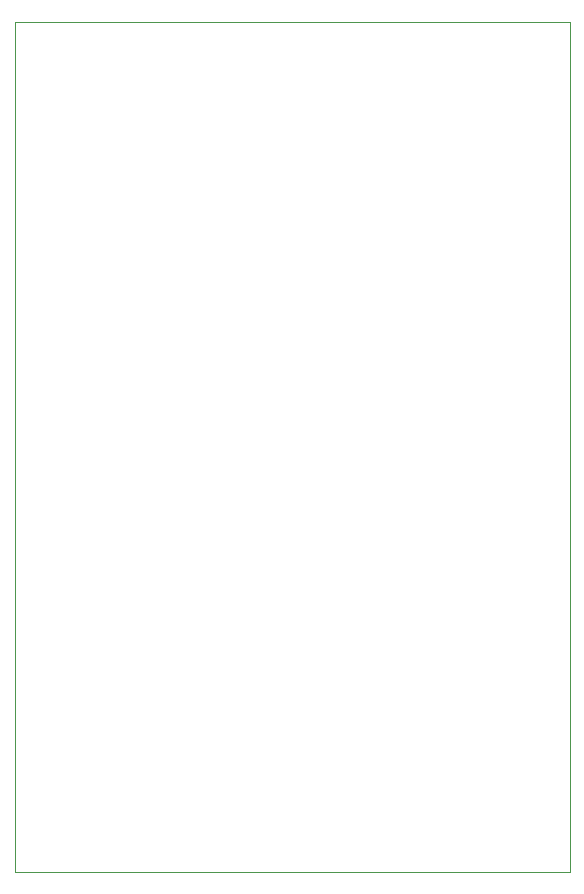
<source format=gbr>
%TF.GenerationSoftware,KiCad,Pcbnew,(6.0.11)*%
%TF.CreationDate,2023-07-11T20:00:27-05:00*%
%TF.ProjectId,SchottkyNoiseSource,5363686f-7474-46b7-994e-6f697365536f,rev?*%
%TF.SameCoordinates,Original*%
%TF.FileFunction,Profile,NP*%
%FSLAX46Y46*%
G04 Gerber Fmt 4.6, Leading zero omitted, Abs format (unit mm)*
G04 Created by KiCad (PCBNEW (6.0.11)) date 2023-07-11 20:00:27*
%MOMM*%
%LPD*%
G01*
G04 APERTURE LIST*
%TA.AperFunction,Profile*%
%ADD10C,0.100000*%
%TD*%
G04 APERTURE END LIST*
D10*
X90000000Y-144000000D02*
X90000000Y-72000000D01*
X90000000Y-72000000D02*
X137000000Y-72000000D01*
X137000000Y-72000000D02*
X137000000Y-144000000D01*
X137000000Y-144000000D02*
X90000000Y-144000000D01*
M02*

</source>
